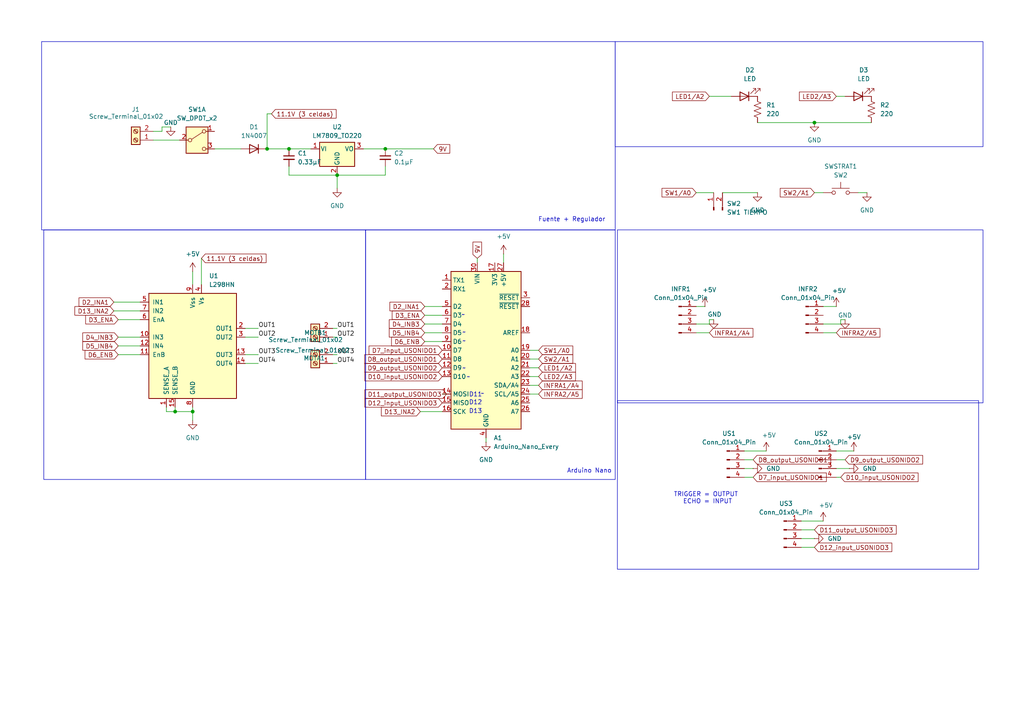
<source format=kicad_sch>
(kicad_sch (version 20250114) (generator "eeschema") (generator_version "9.0")
  (paper "A4")
  (lib_symbols
    (symbol "Connector:Conn_01x02_Pin" (pin_names (offset 1.016) (hide yes))
      (property "Reference" "J" (at 0 2.54 0))
      (property "Value" "Conn_01x02_Pin" (at 0 -5.08 0))
      (symbol "Conn_01x02_Pin_1_1"
        (rectangle (start 0.8636 0.127) (end 0 -0.127) (stroke (width 0.1524)) (fill (type outline)))
        (rectangle (start 0.8636 -2.413) (end 0 -2.667) (stroke (width 0.1524)) (fill (type outline)))
        (polyline (pts (xy 1.27 0) (xy 0.8636 0)) (stroke (width 0.1524)))
        (polyline (pts (xy 1.27 -2.54) (xy 0.8636 -2.54)) (stroke (width 0.1524)))
        (pin passive line (at 5.08 0 180) (length 3.81) (name "Pin_1") (number "1"))
        (pin passive line (at 5.08 -2.54 180) (length 3.81) (name "Pin_2") (number "2"))
      )
    )
    (symbol "Connector:Conn_01x04_Pin" (pin_names (offset 1.016) (hide yes))
      (property "Reference" "J" (at 0 5.08 0))
      (property "Value" "Conn_01x04_Pin" (at 0 -7.62 0))
      (symbol "Conn_01x04_Pin_1_1"
        (rectangle (start 0.8636 2.667) (end 0 2.413) (stroke (width 0.1524)) (fill (type outline)))
        (rectangle (start 0.8636 0.127) (end 0 -0.127) (stroke (width 0.1524)) (fill (type outline)))
        (rectangle (start 0.8636 -2.413) (end 0 -2.667) (stroke (width 0.1524)) (fill (type outline)))
        (rectangle (start 0.8636 -4.953) (end 0 -5.207) (stroke (width 0.1524)) (fill (type outline)))
        (polyline (pts (xy 1.27 2.54) (xy 0.8636 2.54)) (stroke (width 0.1524)))
        (polyline (pts (xy 1.27 0) (xy 0.8636 0)) (stroke (width 0.1524)))
        (polyline (pts (xy 1.27 -2.54) (xy 0.8636 -2.54)) (stroke (width 0.1524)))
        (polyline (pts (xy 1.27 -5.08) (xy 0.8636 -5.08)) (stroke (width 0.1524)))
        (pin passive line (at 5.08 2.54 180) (length 3.81) (name "Pin_1") (number "1"))
        (pin passive line (at 5.08 0 180) (length 3.81) (name "Pin_2") (number "2"))
        (pin passive line (at 5.08 -2.54 180) (length 3.81) (name "Pin_3") (number "3"))
        (pin passive line (at 5.08 -5.08 180) (length 3.81) (name "Pin_4") (number "4"))
      )
    )
    (symbol "Connector:Screw_Terminal_01x02" (pin_names (offset 1.016) (hide yes))
      (property "Reference" "J" (at 0 2.54 0))
      (property "Value" "Screw_Terminal_01x02" (at 0 -5.08 0))
      (symbol "Screw_Terminal_01x02_1_1"
        (rectangle (start -1.27 1.27) (end 1.27 -3.81) (stroke (width 0.254)) (fill (type background)))
        (polyline (pts (xy -0.5334 0.3302) (xy 0.3302 -0.508)) (stroke (width 0.1524)))
        (polyline (pts (xy -0.5334 -2.2098) (xy 0.3302 -3.048)) (stroke (width 0.1524)))
        (polyline (pts (xy -0.3556 0.508) (xy 0.508 -0.3302)) (stroke (width 0.1524)))
        (polyline (pts (xy -0.3556 -2.032) (xy 0.508 -2.8702)) (stroke (width 0.1524)))
        (circle (center 0 0) (radius 0.635) (stroke (width 0.1524)))
        (circle (center 0 -2.54) (radius 0.635) (stroke (width 0.1524)))
        (pin passive line (at -5.08 0 0) (length 3.81) (name "Pin_1") (number "1"))
        (pin passive line (at -5.08 -2.54 0) (length 3.81) (name "Pin_2") (number "2"))
      )
    )
    (symbol "Device:C_Small" (pin_numbers (hide yes)) (pin_names (offset 0.254) (hide yes))
      (property "Reference" "C" (at 0.254 1.778 0))
      (property "Value" "C_Small" (at 0.254 -2.032 0))
      (symbol "C_Small_0_1"
        (polyline (pts (xy -1.524 0.508) (xy 1.524 0.508)) (stroke (width 0.3048)))
        (polyline (pts (xy -1.524 -0.508) (xy 1.524 -0.508)) (stroke (width 0.3302)))
      )
      (symbol "C_Small_1_1"
        (pin passive line (at 0 2.54 270) (length 2.032) (name "~") (number "1"))
        (pin passive line (at 0 -2.54 90) (length 2.032) (name "~") (number "2"))
      )
    )
    (symbol "Device:LED" (pin_numbers (hide yes)) (pin_names (offset 1.016) (hide yes))
      (property "Reference" "D" (at 0 2.54 0))
      (property "Value" "LED" (at 0 -2.54 0))
      (symbol "LED_0_1"
        (polyline (pts (xy -3.048 -0.762) (xy -4.572 -2.286) (xy -3.81 -2.286) (xy -4.572 -2.286) (xy -4.572 -1.524)))
        (polyline (pts (xy -1.778 -0.762) (xy -3.302 -2.286) (xy -2.54 -2.286) (xy -3.302 -2.286) (xy -3.302 -1.524)))
        (polyline (pts (xy -1.27 0) (xy 1.27 0)))
        (polyline (pts (xy -1.27 -1.27) (xy -1.27 1.27)) (stroke (width 0.254)))
        (polyline (pts (xy 1.27 -1.27) (xy 1.27 1.27) (xy -1.27 0) (xy 1.27 -1.27)) (stroke (width 0.254)))
      )
      (symbol "LED_1_1"
        (pin passive line (at -3.81 0 0) (length 2.54) (name "K") (number "1"))
        (pin passive line (at 3.81 0 180) (length 2.54) (name "A") (number "2"))
      )
    )
    (symbol "Device:R_US" (pin_numbers (hide yes)) (pin_names (offset 0))
      (property "Reference" "R" (at 2.54 0 90))
      (property "Value" "R_US" (at -2.54 0 90))
      (symbol "R_US_0_1"
        (polyline (pts (xy 0 2.286) (xy 0 2.54)))
        (polyline (pts (xy 0 2.286) (xy 1.016 1.905) (xy 0 1.524) (xy -1.016 1.143) (xy 0 0.762)))
        (polyline (pts (xy 0 0.762) (xy 1.016 0.381) (xy 0 0) (xy -1.016 -0.381) (xy 0 -0.762)))
        (polyline (pts (xy 0 -0.762) (xy 1.016 -1.143) (xy 0 -1.524) (xy -1.016 -1.905) (xy 0 -2.286)))
        (polyline (pts (xy 0 -2.286) (xy 0 -2.54)))
      )
      (symbol "R_US_1_1"
        (pin passive line (at 0 3.81 270) (length 1.27) (name "~") (number "1"))
        (pin passive line (at 0 -3.81 90) (length 1.27) (name "~") (number "2"))
      )
    )
    (symbol "Diode:1N4007" (pin_numbers (hide yes)) (pin_names (hide yes))
      (property "Reference" "D" (at 0 2.54 0))
      (property "Value" "1N4007" (at 0 -2.54 0))
      (symbol "1N4007_0_1"
        (polyline (pts (xy -1.27 1.27) (xy -1.27 -1.27)) (stroke (width 0.254)))
        (polyline (pts (xy 1.27 1.27) (xy 1.27 -1.27) (xy -1.27 0) (xy 1.27 1.27)) (stroke (width 0.254)))
        (polyline (pts (xy 1.27 0) (xy -1.27 0)))
      )
      (symbol "1N4007_1_1"
        (pin passive line (at -3.81 0 0) (length 2.54) (name "K") (number "1"))
        (pin passive line (at 3.81 0 180) (length 2.54) (name "A") (number "2"))
      )
    )
    (symbol "Driver_Motor:L298HN" (pin_names (offset 1.016))
      (property "Reference" "U" (at -10.16 16.51 0))
      (property "Value" "L298HN" (at 12.7 16.51 0))
      (symbol "L298HN_0_1"
        (rectangle (start -12.7 15.24) (end 12.7 -15.24) (stroke (width 0.254)) (fill (type background)))
      )
      (symbol "L298HN_1_1"
        (pin input line (at -15.24 12.7 0) (length 2.54) (name "IN1") (number "5"))
        (pin input line (at -15.24 10.16 0) (length 2.54) (name "IN2") (number "7"))
        (pin input line (at -15.24 7.62 0) (length 2.54) (name "EnA") (number "6"))
        (pin input line (at -15.24 2.54 0) (length 2.54) (name "IN3") (number "10"))
        (pin input line (at -15.24 0 0) (length 2.54) (name "IN4") (number "12"))
        (pin input line (at -15.24 -2.54 0) (length 2.54) (name "EnB") (number "11"))
        (pin power_in line (at -7.62 -17.78 90) (length 2.54) (name "SENSE_A") (number "1"))
        (pin power_in line (at -5.08 -17.78 90) (length 2.54) (name "SENSE_B") (number "15"))
        (pin power_in line (at 0 17.78 270) (length 2.54) (name "Vss") (number "9"))
        (pin power_in line (at 0 -17.78 90) (length 2.54) (name "GND") (number "8"))
        (pin power_in line (at 2.54 17.78 270) (length 2.54) (name "Vs") (number "4"))
        (pin output line (at 15.24 5.08 180) (length 2.54) (name "OUT1") (number "2"))
        (pin output line (at 15.24 2.54 180) (length 2.54) (name "OUT2") (number "3"))
        (pin output line (at 15.24 -2.54 180) (length 2.54) (name "OUT3") (number "13"))
        (pin output line (at 15.24 -5.08 180) (length 2.54) (name "OUT4") (number "14"))
      )
    )
    (symbol "MCU_Module:Arduino_Nano_Every"
      (property "Reference" "A" (at -10.16 23.495 0))
      (property "Value" "Arduino_Nano_Every" (at 5.08 -24.13 0))
      (symbol "Arduino_Nano_Every_0_1"
        (rectangle (start -10.16 22.86) (end 10.16 -22.86) (stroke (width 0.254)) (fill (type background)))
      )
      (symbol "Arduino_Nano_Every_1_1"
        (pin bidirectional line (at -12.7 20.32 0) (length 2.54) (name "TX1") (number "1"))
        (pin bidirectional line (at -12.7 17.78 0) (length 2.54) (name "RX1") (number "2"))
        (pin bidirectional line (at -12.7 12.7 0) (length 2.54) (name "D2") (number "5"))
        (pin bidirectional line (at -12.7 10.16 0) (length 2.54) (name "D3") (number "6"))
        (pin bidirectional line (at -12.7 7.62 0) (length 2.54) (name "D4") (number "7"))
        (pin bidirectional line (at -12.7 5.08 0) (length 2.54) (name "D5") (number "8"))
        (pin bidirectional line (at -12.7 2.54 0) (length 2.54) (name "D6") (number "9"))
        (pin bidirectional line (at -12.7 0 0) (length 2.54) (name "D7") (number "10"))
        (pin bidirectional line (at -12.7 -2.54 0) (length 2.54) (name "D8") (number "11"))
        (pin bidirectional line (at -12.7 -5.08 0) (length 2.54) (name "D9") (number "12"))
        (pin bidirectional line (at -12.7 -7.62 0) (length 2.54) (name "D10") (number "13"))
        (pin bidirectional line (at -12.7 -12.7 0) (length 2.54) (name "MOSI") (number "14"))
        (pin bidirectional line (at -12.7 -15.24 0) (length 2.54) (name "MISO") (number "15"))
        (pin bidirectional line (at -12.7 -17.78 0) (length 2.54) (name "SCK") (number "16"))
        (pin power_in line (at -2.54 25.4 270) (length 2.54) (name "VIN") (number "30"))
        (pin passive line (at 0 -25.4 90) (length 2.54) (hide yes) (name "GND") (number "29"))
        (pin power_in line (at 0 -25.4 90) (length 2.54) (name "GND") (number "4"))
        (pin power_out line (at 2.54 25.4 270) (length 2.54) (name "3V3") (number "17"))
        (pin power_out line (at 5.08 25.4 270) (length 2.54) (name "+5V") (number "27"))
        (pin input line (at 12.7 15.24 180) (length 2.54) (name "~{RESET}") (number "3"))
        (pin input line (at 12.7 12.7 180) (length 2.54) (name "~{RESET}") (number "28"))
        (pin input line (at 12.7 5.08 180) (length 2.54) (name "AREF") (number "18"))
        (pin bidirectional line (at 12.7 0 180) (length 2.54) (name "A0") (number "19"))
        (pin bidirectional line (at 12.7 -2.54 180) (length 2.54) (name "A1") (number "20"))
        (pin bidirectional line (at 12.7 -5.08 180) (length 2.54) (name "A2") (number "21"))
        (pin bidirectional line (at 12.7 -7.62 180) (length 2.54) (name "A3") (number "22"))
        (pin bidirectional line (at 12.7 -10.16 180) (length 2.54) (name "SDA/A4") (number "23"))
        (pin bidirectional line (at 12.7 -12.7 180) (length 2.54) (name "SCL/A5") (number "24"))
        (pin bidirectional line (at 12.7 -15.24 180) (length 2.54) (name "A6") (number "25"))
        (pin bidirectional line (at 12.7 -17.78 180) (length 2.54) (name "A7") (number "26"))
      )
    )
    (symbol "Regulator_Linear:LM7809_TO220" (pin_names (offset 0.254))
      (property "Reference" "U" (at -3.81 3.175 0))
      (property "Value" "LM7809_TO220" (at 0 3.175 0))
      (symbol "LM7809_TO220_0_1"
        (rectangle (start -5.08 1.905) (end 5.08 -5.08) (stroke (width 0.254)) (fill (type background)))
      )
      (symbol "LM7809_TO220_1_1"
        (pin power_in line (at -7.62 0 0) (length 2.54) (name "VI") (number "1"))
        (pin power_in line (at 0 -7.62 90) (length 2.54) (name "GND") (number "2"))
        (pin power_out line (at 7.62 0 180) (length 2.54) (name "VO") (number "3"))
      )
    )
    (symbol "Switch:SW_DPDT_x2" (pin_names (offset 0) (hide yes))
      (property "Reference" "SW" (at 0 5.08 0))
      (property "Value" "SW_DPDT_x2" (at 0 -5.08 0))
      (symbol "SW_DPDT_x2_0_0"
        (circle (center -2.032 0) (radius 0.508))
        (circle (center 2.032 -2.54) (radius 0.508))
      )
      (symbol "SW_DPDT_x2_0_1"
        (rectangle (start -3.175 3.81) (end 3.175 -3.81) (stroke (width 0.254)) (fill (type background)))
        (polyline (pts (xy -1.524 0.254) (xy 1.5748 2.286)))
        (circle (center 2.032 2.54) (radius 0.508))
      )
      (symbol "SW_DPDT_x2_1_1"
        (pin passive line (at -5.08 0 0) (length 2.54) (name "B") (number "2"))
        (pin passive line (at 5.08 2.54 180) (length 2.54) (name "A") (number "1"))
        (pin passive line (at 5.08 -2.54 180) (length 2.54) (name "C") (number "3"))
      )
      (symbol "SW_DPDT_x2_2_1"
        (pin passive line (at -5.08 0 0) (length 2.54) (name "B") (number "5"))
        (pin passive line (at 5.08 2.54 180) (length 2.54) (name "A") (number "4"))
        (pin passive line (at 5.08 -2.54 180) (length 2.54) (name "C") (number "6"))
      )
    )
    (symbol "Switch:SW_Push" (pin_numbers (hide yes)) (pin_names (offset 1.016) (hide yes))
      (property "Reference" "SW" (at 1.27 2.54 0))
      (property "Value" "SW_Push" (at 0 -1.524 0))
      (symbol "SW_Push_0_1"
        (circle (center -2.032 0) (radius 0.508))
        (polyline (pts (xy 0 1.27) (xy 0 3.048)))
        (circle (center 2.032 0) (radius 0.508))
        (polyline (pts (xy 2.54 1.27) (xy -2.54 1.27)))
        (pin passive line (at -5.08 0 0) (length 2.54) (name "1") (number "1"))
        (pin passive line (at 5.08 0 180) (length 2.54) (name "2") (number "2"))
      )
    )
    (symbol "power:+5V" (power) (pin_numbers (hide yes)) (pin_names (offset 0) (hide yes))
      (property "Value" "+5V" (at 0 3.556 0))
      (symbol "+5V_0_1"
        (polyline (pts (xy -0.762 1.27) (xy 0 2.54)))
        (polyline (pts (xy 0 2.54) (xy 0.762 1.27)))
        (polyline (pts (xy 0 0) (xy 0 2.54)))
      )
      (symbol "+5V_1_1"
        (pin power_in line (at 0 0 90) (length 0) (name "~") (number "1"))
      )
    )
    (symbol "power:GND" (power) (pin_numbers (hide yes)) (pin_names (offset 0) (hide yes))
      (property "Value" "GND" (at 0 -3.81 0))
      (symbol "GND_0_1"
        (polyline (pts (xy 0 0) (xy 0 -1.27) (xy 1.27 -1.27) (xy 0 -2.54) (xy -1.27 -1.27) (xy 0 -1.27)))
      )
      (symbol "GND_1_1"
        (pin power_in line (at 0 0 270) (length 0) (name "~") (number "1"))
      )
    )
  )
  (rectangle (start 106.045 66.675) (end 178.435 139.065))
  (rectangle (start 179.07 66.675) (end 285.115 116.84))
  (rectangle (start 12.7 66.675) (end 106.045 139.065))
  (rectangle (start 12.065 12.065) (end 178.435 66.675))
  (rectangle (start 178.435 12.065) (end 285.115 42.545))
  (rectangle (start 179.07 116.205) (end 283.845 165.1))
  (text "~\n" (at 134.62 99.06 0) (effects (font (size 1.27 1.27))))
  (text "D12\n" (at 137.922 116.84 0) (effects (font (size 1.27 1.27))))
  (text "Arduino Nano\n" (at 170.942 136.652 0) (effects (font (size 1.27 1.27))))
  (text "D11\n" (at 137.922 114.554 0) (effects (font (size 1.27 1.27))))
  (text "~\n" (at 134.62 106.934 0) (effects (font (size 1.27 1.27))))
  (text "~\n" (at 135.89 109.474 0) (effects (font (size 1.27 1.27))))
  (text "TRIGGER = OUTPUT \nECHO = INPUT\n" (at 205.232 144.526 0) (effects (font (size 1.27 1.27))))
  (text "~\n" (at 134.366 91.44 0) (effects (font (size 1.27 1.27))))
  (text "~\n" (at 139.954 114.3 0) (effects (font (size 1.27 1.27))))
  (text "Fuente + Regulador\n" (at 165.862 63.754 0) (effects (font (size 1.27 1.27))))
  (text "D13\n" (at 137.922 119.38 0) (effects (font (size 1.27 1.27))))
  (text "~\n" (at 134.62 96.52 0) (effects (font (size 1.27 1.27))))
  (junction (at 111.76 43.18))
  (junction (at 97.79 50.8))
  (junction (at 50.8 119.38))
  (junction (at 77.47 43.18))
  (junction (at 236.22 35.56))
  (junction (at 55.88 119.38))
  (junction (at 83.82 43.18))
  (wire (pts (xy 46.99 38.1) (xy 44.45 38.1)))
  (wire (pts (xy 243.84 92.71) (xy 243.84 93.98)))
  (wire (pts (xy 146.05 73.66) (xy 146.05 76.2)))
  (wire (pts (xy 78.74 33.02) (xy 77.47 33.02)))
  (wire (pts (xy 83.82 48.26) (xy 83.82 50.8)))
  (wire (pts (xy 156.21 114.3) (xy 153.67 114.3)))
  (wire (pts (xy 242.57 27.94) (xy 245.11 27.94)))
  (wire (pts (xy 97.79 105.41) (xy 96.52 105.41)))
  (wire (pts (xy 156.21 111.76) (xy 153.67 111.76)))
  (wire (pts (xy 251.46 55.88) (xy 248.92 55.88)))
  (wire (pts (xy 74.93 105.41) (xy 71.12 105.41)))
  (wire (pts (xy 215.9 135.89) (xy 218.44 135.89)))
  (wire (pts (xy 219.71 35.56) (xy 236.22 35.56)))
  (wire (pts (xy 236.22 158.75) (xy 232.41 158.75)))
  (wire (pts (xy 50.8 119.38) (xy 55.88 119.38)))
  (wire (pts (xy 243.84 93.98) (xy 238.76 93.98)))
  (wire (pts (xy 236.22 153.67) (xy 232.41 153.67)))
  (wire (pts (xy 245.11 92.71) (xy 243.84 92.71)))
  (wire (pts (xy 123.19 88.9) (xy 128.27 88.9)))
  (wire (pts (xy 218.44 133.35) (xy 215.9 133.35)))
  (wire (pts (xy 34.29 100.33) (xy 40.64 100.33)))
  (wire (pts (xy 236.22 156.21) (xy 232.41 156.21)))
  (wire (pts (xy 34.29 97.79) (xy 40.64 97.79)))
  (wire (pts (xy 83.82 50.8) (xy 97.79 50.8)))
  (wire (pts (xy 138.43 74.93) (xy 138.43 76.2)))
  (wire (pts (xy 218.44 138.43) (xy 215.9 138.43)))
  (wire (pts (xy 207.01 92.71) (xy 205.74 92.71)))
  (wire (pts (xy 55.88 118.11) (xy 55.88 119.38)))
  (wire (pts (xy 62.23 43.18) (xy 69.85 43.18)))
  (wire (pts (xy 123.19 93.98) (xy 128.27 93.98)))
  (wire (pts (xy 50.8 118.11) (xy 50.8 119.38)))
  (wire (pts (xy 55.88 78.74) (xy 55.88 82.55)))
  (wire (pts (xy 123.19 99.06) (xy 128.27 99.06)))
  (wire (pts (xy 123.19 91.44) (xy 128.27 91.44)))
  (wire (pts (xy 49.53 36.83) (xy 46.99 36.83)))
  (wire (pts (xy 74.93 102.87) (xy 71.12 102.87)))
  (wire (pts (xy 242.57 88.9) (xy 238.76 88.9)))
  (wire (pts (xy 74.93 95.25) (xy 71.12 95.25)))
  (wire (pts (xy 242.57 96.52) (xy 238.76 96.52)))
  (wire (pts (xy 77.47 33.02) (xy 77.47 43.18)))
  (wire (pts (xy 97.79 97.79) (xy 96.52 97.79)))
  (wire (pts (xy 97.79 50.8) (xy 97.79 54.61)))
  (wire (pts (xy 34.29 92.71) (xy 40.64 92.71)))
  (wire (pts (xy 205.74 92.71) (xy 205.74 93.98)))
  (wire (pts (xy 48.26 118.11) (xy 48.26 119.38)))
  (wire (pts (xy 97.79 102.87) (xy 96.52 102.87)))
  (wire (pts (xy 205.74 27.94) (xy 212.09 27.94)))
  (wire (pts (xy 201.93 55.88) (xy 207.01 55.88)))
  (wire (pts (xy 44.45 40.64) (xy 52.07 40.64)))
  (wire (pts (xy 83.82 43.18) (xy 90.17 43.18)))
  (wire (pts (xy 123.19 96.52) (xy 128.27 96.52)))
  (wire (pts (xy 222.25 130.81) (xy 215.9 130.81)))
  (wire (pts (xy 246.38 135.89) (xy 242.57 135.89)))
  (wire (pts (xy 238.76 151.13) (xy 232.41 151.13)))
  (wire (pts (xy 34.29 102.87) (xy 40.64 102.87)))
  (wire (pts (xy 243.84 138.43) (xy 242.57 138.43)))
  (wire (pts (xy 236.22 55.88) (xy 238.76 55.88)))
  (wire (pts (xy 97.79 95.25) (xy 96.52 95.25)))
  (wire (pts (xy 156.21 104.14) (xy 153.67 104.14)))
  (wire (pts (xy 156.21 109.22) (xy 153.67 109.22)))
  (wire (pts (xy 111.76 43.18) (xy 125.73 43.18)))
  (wire (pts (xy 156.21 101.6) (xy 153.67 101.6)))
  (wire (pts (xy 247.65 130.81) (xy 242.57 130.81)))
  (wire (pts (xy 55.88 119.38) (xy 55.88 121.92)))
  (wire (pts (xy 156.21 106.68) (xy 153.67 106.68)))
  (wire (pts (xy 48.26 119.38) (xy 50.8 119.38)))
  (wire (pts (xy 204.47 88.9) (xy 201.93 88.9)))
  (wire (pts (xy 111.76 48.26) (xy 111.76 50.8)))
  (wire (pts (xy 245.11 133.35) (xy 242.57 133.35)))
  (wire (pts (xy 140.97 128.27) (xy 140.97 127)))
  (wire (pts (xy 129.54 114.3) (xy 128.27 114.3)))
  (wire (pts (xy 58.42 74.93) (xy 58.42 82.55)))
  (wire (pts (xy 33.02 90.17) (xy 40.64 90.17)))
  (wire (pts (xy 74.93 97.79) (xy 71.12 97.79)))
  (wire (pts (xy 205.74 96.52) (xy 201.93 96.52)))
  (wire (pts (xy 77.47 43.18) (xy 83.82 43.18)))
  (wire (pts (xy 46.99 36.83) (xy 46.99 38.1)))
  (wire (pts (xy 33.02 87.63) (xy 40.64 87.63)))
  (wire (pts (xy 205.74 93.98) (xy 201.93 93.98)))
  (wire (pts (xy 236.22 35.56) (xy 252.73 35.56)))
  (wire (pts (xy 105.41 43.18) (xy 111.76 43.18)))
  (wire (pts (xy 209.55 55.88) (xy 219.71 55.88)))
  (wire (pts (xy 111.76 50.8) (xy 97.79 50.8)))
  (wire (pts (xy 121.92 119.38) (xy 128.27 119.38)))
  (label "OUT3" (at 74.93 102.87 0))
  (label "OUT4" (at 74.93 105.41 0))
  (label "OUT2" (at 74.93 97.79 0))
  (label "OUT4" (at 97.79 105.41 0))
  (label "OUT2" (at 97.79 97.79 0))
  (label "OUT3" (at 97.79 102.87 0))
  (label "OUT1" (at 97.79 95.25 0))
  (label "OUT1" (at 74.93 95.25 0))
  (global_label "D4_INB3" (shape input) (at 123.19 93.98 180) (property "Intersheetrefs" "${INTERSHEET_REFS}" (effects (hide yes))))
  (global_label "INFRA2{slash}A5" (shape input) (at 156.21 114.3 0) (property "Intersheetrefs" "${INTERSHEET_REFS}" (effects (hide yes))))
  (global_label "D5_INB4" (shape input) (at 123.19 96.52 180) (property "Intersheetrefs" "${INTERSHEET_REFS}" (effects (hide yes))))
  (global_label "D4_INB3" (shape input) (at 34.29 97.79 180) (property "Intersheetrefs" "${INTERSHEET_REFS}" (effects (hide yes))))
  (global_label "D12_input_USONIDO3" (shape input) (at 236.22 158.75 0) (property "Intersheetrefs" "${INTERSHEET_REFS}" (effects (hide yes))))
  (global_label "D13_INA2" (shape input) (at 121.92 119.38 180) (property "Intersheetrefs" "${INTERSHEET_REFS}" (effects (hide yes))))
  (global_label "LED2{slash}A3" (shape input) (at 156.21 109.22 0) (property "Intersheetrefs" "${INTERSHEET_REFS}" (effects (hide yes))))
  (global_label "INFRA2{slash}A5" (shape input) (at 242.57 96.52 0) (property "Intersheetrefs" "${INTERSHEET_REFS}" (effects (hide yes))))
  (global_label "INFRA1{slash}A4" (shape input) (at 156.21 111.76 0) (property "Intersheetrefs" "${INTERSHEET_REFS}" (effects (hide yes))))
  (global_label "D2_INA1" (shape input) (at 33.02 87.63 180) (property "Intersheetrefs" "${INTERSHEET_REFS}" (effects (hide yes))))
  (global_label "D7_input_USONIDO1" (shape input) (at 218.44 138.43 0) (property "Intersheetrefs" "${INTERSHEET_REFS}" (effects (hide yes))))
  (global_label "LED1{slash}A2" (shape input) (at 156.21 106.68 0) (property "Intersheetrefs" "${INTERSHEET_REFS}" (effects (hide yes))))
  (global_label "D8_output_USONIDO1" (shape input) (at 218.44 133.35 0) (property "Intersheetrefs" "${INTERSHEET_REFS}" (effects (hide yes))))
  (global_label "D6_ENB" (shape input) (at 123.19 99.06 180) (property "Intersheetrefs" "${INTERSHEET_REFS}" (effects (hide yes))))
  (global_label "D3_ENA" (shape input) (at 34.29 92.71 180) (property "Intersheetrefs" "${INTERSHEET_REFS}" (effects (hide yes))))
  (global_label "D7_input_USONIDO1" (shape input) (at 128.27 101.6 180) (property "Intersheetrefs" "${INTERSHEET_REFS}" (effects (hide yes))))
  (global_label "SW2{slash}A1" (shape input) (at 156.21 104.14 0) (property "Intersheetrefs" "${INTERSHEET_REFS}" (effects (hide yes))))
  (global_label "D3_ENA" (shape input) (at 123.19 91.44 180) (property "Intersheetrefs" "${INTERSHEET_REFS}" (effects (hide yes))))
  (global_label "D10_input_USONIDO2" (shape input) (at 128.27 109.22 180) (property "Intersheetrefs" "${INTERSHEET_REFS}" (effects (hide yes))))
  (global_label "D13_INA2" (shape input) (at 33.02 90.17 180) (property "Intersheetrefs" "${INTERSHEET_REFS}" (effects (hide yes))))
  (global_label "11.1V (3 celdas)" (shape input) (at 78.74 33.02 0) (property "Intersheetrefs" "${INTERSHEET_REFS}" (effects (hide yes))))
  (global_label "SW1{slash}A0" (shape input) (at 156.21 101.6 0) (property "Intersheetrefs" "${INTERSHEET_REFS}" (effects (hide yes))))
  (global_label "D10_input_USONIDO2" (shape input) (at 243.84 138.43 0) (property "Intersheetrefs" "${INTERSHEET_REFS}" (effects (hide yes))))
  (global_label "SW2{slash}A1" (shape input) (at 236.22 55.88 180) (property "Intersheetrefs" "${INTERSHEET_REFS}" (effects (hide yes))))
  (global_label "11.1V (3 celdas)" (shape input) (at 58.42 74.93 0) (property "Intersheetrefs" "${INTERSHEET_REFS}" (effects (hide yes))))
  (global_label "9V" (shape input) (at 125.73 43.18 0) (property "Intersheetrefs" "${INTERSHEET_REFS}" (effects (hide yes))))
  (global_label "D8_output_USONIDO1" (shape input) (at 128.27 104.14 180) (property "Intersheetrefs" "${INTERSHEET_REFS}" (effects (hide yes))))
  (global_label "9V" (shape input) (at 138.43 74.93 90) (property "Intersheetrefs" "${INTERSHEET_REFS}" (effects (hide yes))))
  (global_label "D9_output_USONIDO2" (shape input) (at 245.11 133.35 0) (property "Intersheetrefs" "${INTERSHEET_REFS}" (effects (hide yes))))
  (global_label "D5_INB4" (shape input) (at 34.29 100.33 180) (property "Intersheetrefs" "${INTERSHEET_REFS}" (effects (hide yes))))
  (global_label "INFRA1{slash}A4" (shape input) (at 205.74 96.52 0) (property "Intersheetrefs" "${INTERSHEET_REFS}" (effects (hide yes))))
  (global_label "D9_output_USONIDO2" (shape input) (at 128.27 106.68 180) (property "Intersheetrefs" "${INTERSHEET_REFS}" (effects (hide yes))))
  (global_label "D6_ENB" (shape input) (at 34.29 102.87 180) (property "Intersheetrefs" "${INTERSHEET_REFS}" (effects (hide yes))))
  (global_label "LED1{slash}A2" (shape input) (at 205.74 27.94 180) (property "Intersheetrefs" "${INTERSHEET_REFS}" (effects (hide yes))))
  (global_label "D12_input_USONIDO3" (shape input) (at 128.27 116.84 180) (property "Intersheetrefs" "${INTERSHEET_REFS}" (effects (hide yes))))
  (global_label "SW1{slash}A0" (shape input) (at 201.93 55.88 180) (property "Intersheetrefs" "${INTERSHEET_REFS}" (effects (hide yes))))
  (global_label "D2_INA1" (shape input) (at 123.19 88.9 180) (property "Intersheetrefs" "${INTERSHEET_REFS}" (effects (hide yes))))
  (global_label "D11_output_USONIDO3" (shape input) (at 236.22 153.67 0) (property "Intersheetrefs" "${INTERSHEET_REFS}" (effects (hide yes))))
  (global_label "D11_output_USONIDO3" (shape input) (at 129.54 114.3 180) (property "Intersheetrefs" "${INTERSHEET_REFS}" (effects (hide yes))))
  (global_label "LED2{slash}A3" (shape input) (at 242.57 27.94 180) (property "Intersheetrefs" "${INTERSHEET_REFS}" (effects (hide yes))))
  (symbol (lib_id "Connector:Screw_Terminal_01x02") (at 39.37 40.64 180) (unit 1)
    (property "Reference" "J1" (at 39.37 31.75 0))
    (property "Value" "Screw_Terminal_01x02" (at 36.576 33.782 0))
    (property "Footprint" "TerminalBlock:TerminalBlock_bornier-2_P5.08mm" (effects (hide yes)))
    (property "Description" "Generic screw terminal, single row, 01x02, script generated (kicad-library-utils/schlib/autogen/connector/)" (effects (hide yes)))
  )
  (symbol (lib_id "Connector:Conn_01x04_Pin") (at 210.82 133.35 0) (unit 1)
    (property "Reference" "US1" (at 211.455 125.73 0))
    (property "Value" "Conn_01x04_Pin" (at 211.455 128.27 0))
    (property "Footprint" "Connector_PinSocket_2.54mm:PinSocket_1x04_P2.54mm_Vertical" (effects (hide yes)))
    (property "Description" "Generic connector, single row, 01x04, script generated" (effects (hide yes)))
  )
  (symbol (lib_id "Device:R_US") (at 219.71 31.75 0) (unit 1)
    (property "Reference" "R1" (at 222.25 30.4799 0) (effects (justify left)))
    (property "Value" "220" (at 222.25 33.0199 0) (effects (justify left)))
    (property "Footprint" "Resistor_THT:R_Axial_DIN0204_L3.6mm_D1.6mm_P7.62mm_Horizontal" (effects (hide yes)))
    (property "Description" "Resistor, US symbol" (effects (hide yes)))
  )
  (symbol (lib_id "power:GND") (at 219.71 55.88 0) (unit 1)
    (property "Reference" "#PWR09" (effects (hide yes)))
    (property "Value" "GND" (at 219.71 60.96 0))
    (property "Description" "Power symbol creates a global label with name \"GND\" , ground" (effects (hide yes)))
  )
  (symbol (lib_id "power:+5V") (at 146.05 73.66 0) (unit 1)
    (property "Reference" "#PWR04" (effects (hide yes)))
    (property "Value" "+5V" (at 146.05 68.58 0))
    (property "Description" "Power symbol creates a global label with name \"+5V\"" (effects (hide yes)))
  )
  (symbol (lib_id "Regulator_Linear:LM7809_TO220") (at 97.79 43.18 0) (unit 1)
    (property "Reference" "U2" (at 97.79 36.83 0))
    (property "Value" "LM7809_TO220" (at 97.79 39.37 0))
    (property "Footprint" "Package_TO_SOT_THT:TO-220-3_Vertical" (effects (hide yes)))
    (property "Datasheet" "https://www.onsemi.cn/PowerSolutions/document/MC7800-D.PDF" (effects (hide yes)))
    (property "Description" "Positive 1A 35V Linear Regulator, Fixed Output 9V, TO-220" (effects (hide yes)))
  )
  (symbol (lib_id "power:GND") (at 218.44 135.89 90) (unit 1)
    (property "Reference" "#PWR017" (effects (hide yes)))
    (property "Value" "GND" (at 222.25 135.8899 90) (effects (justify right)))
    (property "Description" "Power symbol creates a global label with name \"GND\" , ground" (effects (hide yes)))
  )
  (symbol (lib_id "Device:C_Small") (at 83.82 45.72 0) (unit 1)
    (property "Reference" "C1" (at 86.36 44.4562 0) (effects (justify left)))
    (property "Value" "0.33µF" (at 86.36 46.9962 0) (effects (justify left)))
    (property "Footprint" "Capacitor_THT:C_Disc_D3.0mm_W1.6mm_P2.50mm" (effects (hide yes)))
    (property "Description" "Unpolarized capacitor, small symbol" (effects (hide yes)))
  )
  (symbol (lib_id "Connector:Screw_Terminal_01x02") (at 91.44 105.41 180) (unit 1)
    (property "Reference" "MOTB1" (at 91.44 96.52 0))
    (property "Value" "Screw_Terminal_01x02" (at 88.646 98.552 0))
    (property "Footprint" "TerminalBlock:TerminalBlock_bornier-2_P5.08mm" (effects (hide yes)))
    (property "Description" "Generic screw terminal, single row, 01x02, script generated (kicad-library-utils/schlib/autogen/connector/)" (effects (hide yes)))
  )
  (symbol (lib_id "power:GND") (at 245.11 92.71 0) (unit 1)
    (property "Reference" "#PWR011" (effects (hide yes)))
    (property "Value" "GND" (at 245.11 91.44 0))
    (property "Description" "Power symbol creates a global label with name \"GND\" , ground" (effects (hide yes)))
  )
  (symbol (lib_id "Driver_Motor:L298HN") (at 55.88 100.33 0) (unit 1)
    (property "Reference" "U1" (at 60.6141 80.01 0) (effects (justify left)))
    (property "Value" "L298HN" (at 60.6141 82.55 0) (effects (justify left)))
    (property "Footprint" "Package_TO_SOT_THT:TO-220-15_P2.54x5.08mm_StaggerEven_Lead4.58mm_Vertical" (effects (hide yes)))
    (property "Datasheet" "http://www.st.com/st-web-ui/static/active/en/resource/technical/document/datasheet/CD00000240.pdf" (effects (hide yes)))
    (property "Description" "Dual full bridge motor driver, up to 46V, 4A, Multiwatt15-H" (effects (hide yes)))
  )
  (symbol (lib_id "Connector:Conn_01x04_Pin") (at 233.68 91.44 0) (unit 1)
    (property "Reference" "INFR2" (at 234.315 83.82 0))
    (property "Value" "Conn_01x04_Pin" (at 234.315 86.36 0))
    (property "Footprint" "Connector_PinSocket_2.54mm:PinSocket_1x04_P2.54mm_Vertical" (effects (hide yes)))
    (property "Description" "Generic connector, single row, 01x04, script generated" (effects (hide yes)))
  )
  (symbol (lib_id "power:GND") (at 251.46 55.88 0) (unit 1)
    (property "Reference" "#PWR08" (effects (hide yes)))
    (property "Value" "GND" (at 251.46 60.96 0))
    (property "Description" "Power symbol creates a global label with name \"GND\" , ground" (effects (hide yes)))
  )
  (symbol (lib_id "Connector:Conn_01x02_Pin") (at 207.01 60.96 90) (unit 1)
    (property "Reference" "SW2" (at 210.82 59.0549 90) (effects (justify right)))
    (property "Value" "SW1 TIEMPO" (at 210.82 61.5949 90) (effects (justify right)))
    (property "Footprint" "Connector_PinSocket_2.54mm:PinSocket_1x02_P2.54mm_Vertical" (effects (hide yes)))
    (property "Description" "Generic connector, single row, 01x02, script generated" (effects (hide yes)))
  )
  (symbol (lib_id "power:GND") (at 236.22 156.21 90) (unit 1)
    (property "Reference" "#PWR019" (effects (hide yes)))
    (property "Value" "GND" (at 240.03 156.2099 90) (effects (justify right)))
    (property "Description" "Power symbol creates a global label with name \"GND\" , ground" (effects (hide yes)))
  )
  (symbol (lib_id "Device:LED") (at 215.9 27.94 180) (unit 1)
    (property "Reference" "D2" (at 217.4875 20.32 0))
    (property "Value" "LED" (at 217.4875 22.86 0))
    (property "Footprint" "LED_THT:LED_D3.0mm" (effects (hide yes)))
    (property "Description" "Light emitting diode" (effects (hide yes)))
  )
  (symbol (lib_id "Switch:SW_Push") (at 243.84 55.88 0) (unit 1)
    (property "Reference" "SWSTRAT1" (at 243.84 48.26 0))
    (property "Value" "SW2" (at 243.84 50.8 0))
    (property "Footprint" "Button_Switch_THT:SW_PUSH_6mm" (effects (hide yes)))
    (property "Description" "Push button switch, generic, two pins" (effects (hide yes)))
  )
  (symbol (lib_id "Device:R_US") (at 252.73 31.75 0) (unit 1)
    (property "Reference" "R2" (at 255.27 30.4799 0) (effects (justify left)))
    (property "Value" "220" (at 255.27 33.0199 0) (effects (justify left)))
    (property "Footprint" "Resistor_THT:R_Axial_DIN0204_L3.6mm_D1.6mm_P7.62mm_Horizontal" (effects (hide yes)))
    (property "Description" "Resistor, US symbol" (effects (hide yes)))
  )
  (symbol (lib_id "power:+5V") (at 222.25 130.81 0) (unit 1)
    (property "Reference" "#PWR014" (effects (hide yes)))
    (property "Value" "+5V" (at 220.98 126.238 0) (effects (justify left)))
    (property "Description" "Power symbol creates a global label with name \"+5V\"" (effects (hide yes)))
  )
  (symbol (lib_id "Diode:1N4007") (at 73.66 43.18 180) (unit 1)
    (property "Reference" "D1" (at 73.66 36.83 0))
    (property "Value" "1N4007" (at 73.66 39.37 0))
    (property "Footprint" "Diode_THT:D_DO-41_SOD81_P10.16mm_Horizontal" (effects (hide yes)))
    (property "Datasheet" "http://www.vishay.com/docs/88503/1n4001.pdf" (effects (hide yes)))
    (property "Description" "1000V 1A General Purpose Rectifier Diode, DO-41" (effects (hide yes)))
    (property "Sim.Device" "D" (effects (hide yes)))
    (property "Sim.Pins" "1=K 2=A" (effects (hide yes)))
  )
  (symbol (lib_id "power:GND") (at 207.01 92.71 0) (unit 1)
    (property "Reference" "#PWR013" (effects (hide yes)))
    (property "Value" "GND" (at 207.264 91.186 0))
    (property "Description" "Power symbol creates a global label with name \"GND\" , ground" (effects (hide yes)))
  )
  (symbol (lib_id "power:+5V") (at 242.57 88.9 0) (unit 1)
    (property "Reference" "#PWR010" (effects (hide yes)))
    (property "Value" "+5V" (at 241.3 84.328 0) (effects (justify left)))
    (property "Description" "Power symbol creates a global label with name \"+5V\"" (effects (hide yes)))
  )
  (symbol (lib_id "Connector:Conn_01x04_Pin") (at 237.49 133.35 0) (unit 1)
    (property "Reference" "US2" (at 238.125 125.73 0))
    (property "Value" "Conn_01x04_Pin" (at 238.125 128.27 0))
    (property "Footprint" "Connector_PinSocket_2.54mm:PinSocket_1x04_P2.54mm_Vertical" (effects (hide yes)))
    (property "Description" "Generic connector, single row, 01x04, script generated" (effects (hide yes)))
  )
  (symbol (lib_id "power:GND") (at 236.22 35.56 0) (unit 1)
    (property "Reference" "#PWR07" (effects (hide yes)))
    (property "Value" "GND" (at 236.22 40.64 0))
    (property "Description" "Power symbol creates a global label with name \"GND\" , ground" (effects (hide yes)))
  )
  (symbol (lib_id "Connector:Conn_01x04_Pin") (at 227.33 153.67 0) (unit 1)
    (property "Reference" "US3" (at 227.965 146.05 0))
    (property "Value" "Conn_01x04_Pin" (at 227.965 148.59 0))
    (property "Footprint" "Connector_PinSocket_2.54mm:PinSocket_1x04_P2.54mm_Vertical" (effects (hide yes)))
    (property "Description" "Generic connector, single row, 01x04, script generated" (effects (hide yes)))
  )
  (symbol (lib_id "power:GND") (at 49.53 36.83 0) (unit 1)
    (property "Reference" "#PWR02" (effects (hide yes)))
    (property "Value" "GND" (at 49.53 35.56 0))
    (property "Description" "Power symbol creates a global label with name \"GND\" , ground" (effects (hide yes)))
  )
  (symbol (lib_id "power:GND") (at 140.97 128.27 0) (unit 1)
    (property "Reference" "#PWR01" (effects (hide yes)))
    (property "Value" "GND" (at 140.97 133.35 0))
    (property "Description" "Power symbol creates a global label with name \"GND\" , ground" (effects (hide yes)))
  )
  (symbol (lib_id "Switch:SW_DPDT_x2") (at 57.15 40.64 0) (unit 1)
    (property "Reference" "SW1" (at 57.15 31.75 0))
    (property "Value" "SW_DPDT_x2" (at 57.15 34.29 0))
    (property "Footprint" "Button_Switch_THT:SW_Slide_SPDT_Straight_CK_OS102011MS2Q" (effects (hide yes)))
    (property "Description" "Switch, dual pole double throw, separate symbols" (effects (hide yes)))
  )
  (symbol (lib_id "power:GND") (at 246.38 135.89 90) (unit 1)
    (property "Reference" "#PWR016" (effects (hide yes)))
    (property "Value" "GND" (at 250.19 135.8899 90) (effects (justify right)))
    (property "Description" "Power symbol creates a global label with name \"GND\" , ground" (effects (hide yes)))
  )
  (symbol (lib_id "power:+5V") (at 55.88 78.74 0) (unit 1)
    (property "Reference" "#PWR05" (effects (hide yes)))
    (property "Value" "+5V" (at 55.88 73.66 0))
    (property "Description" "Power symbol creates a global label with name \"+5V\"" (effects (hide yes)))
  )
  (symbol (lib_id "power:GND") (at 55.88 121.92 0) (unit 1)
    (property "Reference" "#PWR06" (effects (hide yes)))
    (property "Value" "GND" (at 55.88 127 0))
    (property "Description" "Power symbol creates a global label with name \"GND\" , ground" (effects (hide yes)))
  )
  (symbol (lib_id "power:+5V") (at 238.76 151.13 0) (unit 1)
    (property "Reference" "#PWR018" (effects (hide yes)))
    (property "Value" "+5V" (at 237.49 146.558 0) (effects (justify left)))
    (property "Description" "Power symbol creates a global label with name \"+5V\"" (effects (hide yes)))
  )
  (symbol (lib_id "Connector:Conn_01x04_Pin") (at 196.85 91.44 0) (unit 1)
    (property "Reference" "INFR1" (at 197.485 83.82 0))
    (property "Value" "Conn_01x04_Pin" (at 197.485 86.36 0))
    (property "Footprint" "Connector_PinSocket_2.54mm:PinSocket_1x04_P2.54mm_Vertical" (effects (hide yes)))
    (property "Description" "Generic connector, single row, 01x04, script generated" (effects (hide yes)))
  )
  (symbol (lib_id "power:+5V") (at 204.47 88.9 0) (unit 1)
    (property "Reference" "#PWR012" (effects (hide yes)))
    (property "Value" "+5V" (at 203.708 84.074 0) (effects (justify left)))
    (property "Description" "Power symbol creates a global label with name \"+5V\"" (effects (hide yes)))
  )
  (symbol (lib_id "MCU_Module:Arduino_Nano_Every") (at 140.97 101.6 0) (unit 1)
    (property "Reference" "A1" (at 143.1641 127 0) (effects (justify left)))
    (property "Value" "Arduino_Nano_Every" (at 143.1641 129.54 0) (effects (justify left)))
    (property "Footprint" "Module:Arduino_Nano" (effects (hide yes)))
    (property "Datasheet" "https://content.arduino.cc/assets/NANOEveryV3.0_sch.pdf" (effects (hide yes)))
    (property "Description" "Arduino Nano Every" (effects (hide yes)))
  )
  (symbol (lib_id "power:+5V") (at 247.65 130.81 0) (unit 1)
    (property "Reference" "#PWR015" (effects (hide yes)))
    (property "Value" "+5V" (at 245.618 126.746 0) (effects (justify left)))
    (property "Description" "Power symbol creates a global label with name \"+5V\"" (effects (hide yes)))
  )
  (symbol (lib_id "Connector:Screw_Terminal_01x02") (at 91.44 97.79 180) (unit 1)
    (property "Reference" "MOTA1" (at 91.186 103.886 0))
    (property "Value" "Screw_Terminal_01x02" (at 90.678 101.6 0))
    (property "Footprint" "TerminalBlock:TerminalBlock_bornier-2_P5.08mm" (effects (hide yes)))
    (property "Description" "Generic screw terminal, single row, 01x02, script generated (kicad-library-utils/schlib/autogen/connector/)" (effects (hide yes)))
  )
  (symbol (lib_id "Device:C_Small") (at 111.76 45.72 0) (unit 1)
    (property "Reference" "C2" (at 114.3 44.4562 0) (effects (justify left)))
    (property "Value" "0.1µF" (at 114.3 46.9962 0) (effects (justify left)))
    (property "Footprint" "Capacitor_THT:C_Disc_D3.0mm_W1.6mm_P2.50mm" (effects (hide yes)))
    (property "Description" "Unpolarized capacitor, small symbol" (effects (hide yes)))
  )
  (symbol (lib_id "Device:LED") (at 248.92 27.94 180) (unit 1)
    (property "Reference" "D3" (at 250.5075 20.32 0))
    (property "Value" "LED" (at 250.5075 22.86 0))
    (property "Footprint" "LED_THT:LED_D3.0mm" (effects (hide yes)))
    (property "Description" "Light emitting diode" (effects (hide yes)))
  )
  (symbol (lib_id "power:GND") (at 97.79 54.61 0) (unit 1)
    (property "Reference" "#PWR03" (effects (hide yes)))
    (property "Value" "GND" (at 97.79 59.69 0))
    (property "Description" "Power symbol creates a global label with name \"GND\" , ground" (effects (hide yes)))
  )
)
</source>
